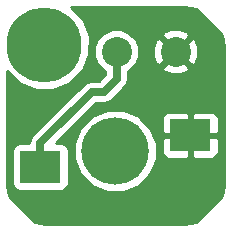
<source format=gbr>
G04 #@! TF.FileFunction,Copper,L1,Top,Signal*
%FSLAX46Y46*%
G04 Gerber Fmt 4.6, Leading zero omitted, Abs format (unit mm)*
G04 Created by KiCad (PCBNEW 4.0.5) date 03/12/17 11:55:43*
%MOMM*%
%LPD*%
G01*
G04 APERTURE LIST*
%ADD10C,0.150000*%
%ADD11C,2.540000*%
%ADD12C,6.350000*%
%ADD13R,3.500000X2.700000*%
%ADD14C,5.700000*%
%ADD15C,0.635000*%
%ADD16C,0.254000*%
G04 APERTURE END LIST*
D10*
D11*
X165100000Y-84582000D03*
X170100000Y-84582000D03*
D12*
X159000000Y-84000000D03*
D13*
X158650000Y-94350000D03*
X171350000Y-91650000D03*
D14*
X165000000Y-93000000D03*
D15*
X158650000Y-94350000D02*
X158650000Y-92350000D01*
X158650000Y-92350000D02*
X163000000Y-88000000D01*
X163000000Y-88000000D02*
X164000000Y-88000000D01*
X164000000Y-88000000D02*
X165100000Y-86900000D01*
X165100000Y-86900000D02*
X165100000Y-84582000D01*
D16*
G36*
X171826459Y-81006065D02*
X173993935Y-83173541D01*
X174174500Y-84081303D01*
X174174500Y-95918697D01*
X173993935Y-96826459D01*
X171826459Y-98993935D01*
X170918697Y-99174500D01*
X159081303Y-99174500D01*
X158173541Y-98993935D01*
X156006065Y-96826459D01*
X155825500Y-95918697D01*
X155825500Y-93000000D01*
X156252560Y-93000000D01*
X156252560Y-95700000D01*
X156296838Y-95935317D01*
X156435910Y-96151441D01*
X156648110Y-96296431D01*
X156900000Y-96347440D01*
X160400000Y-96347440D01*
X160635317Y-96303162D01*
X160851441Y-96164090D01*
X160996431Y-95951890D01*
X161047440Y-95700000D01*
X161047440Y-93690168D01*
X161514397Y-93690168D01*
X162043838Y-94971515D01*
X163023329Y-95952716D01*
X164303749Y-96484394D01*
X165690168Y-96485603D01*
X166971515Y-95956162D01*
X167952716Y-94976671D01*
X168484394Y-93696251D01*
X168485603Y-92309832D01*
X168331036Y-91935750D01*
X168965000Y-91935750D01*
X168965000Y-93126310D01*
X169061673Y-93359699D01*
X169240302Y-93538327D01*
X169473691Y-93635000D01*
X171064250Y-93635000D01*
X171223000Y-93476250D01*
X171223000Y-91777000D01*
X171477000Y-91777000D01*
X171477000Y-93476250D01*
X171635750Y-93635000D01*
X173226309Y-93635000D01*
X173459698Y-93538327D01*
X173638327Y-93359699D01*
X173735000Y-93126310D01*
X173735000Y-91935750D01*
X173576250Y-91777000D01*
X171477000Y-91777000D01*
X171223000Y-91777000D01*
X169123750Y-91777000D01*
X168965000Y-91935750D01*
X168331036Y-91935750D01*
X167956162Y-91028485D01*
X167102857Y-90173690D01*
X168965000Y-90173690D01*
X168965000Y-91364250D01*
X169123750Y-91523000D01*
X171223000Y-91523000D01*
X171223000Y-89823750D01*
X171477000Y-89823750D01*
X171477000Y-91523000D01*
X173576250Y-91523000D01*
X173735000Y-91364250D01*
X173735000Y-90173690D01*
X173638327Y-89940301D01*
X173459698Y-89761673D01*
X173226309Y-89665000D01*
X171635750Y-89665000D01*
X171477000Y-89823750D01*
X171223000Y-89823750D01*
X171064250Y-89665000D01*
X169473691Y-89665000D01*
X169240302Y-89761673D01*
X169061673Y-89940301D01*
X168965000Y-90173690D01*
X167102857Y-90173690D01*
X166976671Y-90047284D01*
X165696251Y-89515606D01*
X164309832Y-89514397D01*
X163028485Y-90043838D01*
X162047284Y-91023329D01*
X161515606Y-92303749D01*
X161514397Y-93690168D01*
X161047440Y-93690168D01*
X161047440Y-93000000D01*
X161003162Y-92764683D01*
X160864090Y-92548559D01*
X160651890Y-92403569D01*
X160400000Y-92352560D01*
X159994478Y-92352560D01*
X163394538Y-88952500D01*
X164000000Y-88952500D01*
X164364506Y-88879995D01*
X164673519Y-88673519D01*
X165773519Y-87573519D01*
X165979995Y-87264506D01*
X166052500Y-86900000D01*
X166052500Y-86249648D01*
X166177686Y-86197922D01*
X166446299Y-85929777D01*
X168931828Y-85929777D01*
X169063520Y-86224657D01*
X169771036Y-86496261D01*
X170528632Y-86476436D01*
X171136480Y-86224657D01*
X171268172Y-85929777D01*
X170100000Y-84761605D01*
X168931828Y-85929777D01*
X166446299Y-85929777D01*
X166714039Y-85662505D01*
X167004668Y-84962590D01*
X167005287Y-84253036D01*
X168185739Y-84253036D01*
X168205564Y-85010632D01*
X168457343Y-85618480D01*
X168752223Y-85750172D01*
X169920395Y-84582000D01*
X170279605Y-84582000D01*
X171447777Y-85750172D01*
X171742657Y-85618480D01*
X172014261Y-84910964D01*
X171994436Y-84153368D01*
X171742657Y-83545520D01*
X171447777Y-83413828D01*
X170279605Y-84582000D01*
X169920395Y-84582000D01*
X168752223Y-83413828D01*
X168457343Y-83545520D01*
X168185739Y-84253036D01*
X167005287Y-84253036D01*
X167005330Y-84204735D01*
X166715922Y-83504314D01*
X166446303Y-83234223D01*
X168931828Y-83234223D01*
X170100000Y-84402395D01*
X171268172Y-83234223D01*
X171136480Y-82939343D01*
X170428964Y-82667739D01*
X169671368Y-82687564D01*
X169063520Y-82939343D01*
X168931828Y-83234223D01*
X166446303Y-83234223D01*
X166180505Y-82967961D01*
X165480590Y-82677332D01*
X164722735Y-82676670D01*
X164022314Y-82966078D01*
X163485961Y-83501495D01*
X163195332Y-84201410D01*
X163194670Y-84959265D01*
X163484078Y-85659686D01*
X164019495Y-86196039D01*
X164147500Y-86249191D01*
X164147500Y-86505462D01*
X163605462Y-87047500D01*
X163000000Y-87047500D01*
X162635494Y-87120005D01*
X162326481Y-87326481D01*
X157976481Y-91676481D01*
X157770005Y-91985494D01*
X157697500Y-92350000D01*
X157697500Y-92352560D01*
X156900000Y-92352560D01*
X156664683Y-92396838D01*
X156448559Y-92535910D01*
X156303569Y-92748110D01*
X156252560Y-93000000D01*
X155825500Y-93000000D01*
X155825500Y-86212816D01*
X156838991Y-87228077D01*
X158238819Y-87809337D01*
X159754531Y-87810660D01*
X161155372Y-87231844D01*
X162228077Y-86161009D01*
X162809337Y-84761181D01*
X162810660Y-83245469D01*
X162231844Y-81844628D01*
X161214493Y-80825500D01*
X170918697Y-80825500D01*
X171826459Y-81006065D01*
X171826459Y-81006065D01*
G37*
X171826459Y-81006065D02*
X173993935Y-83173541D01*
X174174500Y-84081303D01*
X174174500Y-95918697D01*
X173993935Y-96826459D01*
X171826459Y-98993935D01*
X170918697Y-99174500D01*
X159081303Y-99174500D01*
X158173541Y-98993935D01*
X156006065Y-96826459D01*
X155825500Y-95918697D01*
X155825500Y-93000000D01*
X156252560Y-93000000D01*
X156252560Y-95700000D01*
X156296838Y-95935317D01*
X156435910Y-96151441D01*
X156648110Y-96296431D01*
X156900000Y-96347440D01*
X160400000Y-96347440D01*
X160635317Y-96303162D01*
X160851441Y-96164090D01*
X160996431Y-95951890D01*
X161047440Y-95700000D01*
X161047440Y-93690168D01*
X161514397Y-93690168D01*
X162043838Y-94971515D01*
X163023329Y-95952716D01*
X164303749Y-96484394D01*
X165690168Y-96485603D01*
X166971515Y-95956162D01*
X167952716Y-94976671D01*
X168484394Y-93696251D01*
X168485603Y-92309832D01*
X168331036Y-91935750D01*
X168965000Y-91935750D01*
X168965000Y-93126310D01*
X169061673Y-93359699D01*
X169240302Y-93538327D01*
X169473691Y-93635000D01*
X171064250Y-93635000D01*
X171223000Y-93476250D01*
X171223000Y-91777000D01*
X171477000Y-91777000D01*
X171477000Y-93476250D01*
X171635750Y-93635000D01*
X173226309Y-93635000D01*
X173459698Y-93538327D01*
X173638327Y-93359699D01*
X173735000Y-93126310D01*
X173735000Y-91935750D01*
X173576250Y-91777000D01*
X171477000Y-91777000D01*
X171223000Y-91777000D01*
X169123750Y-91777000D01*
X168965000Y-91935750D01*
X168331036Y-91935750D01*
X167956162Y-91028485D01*
X167102857Y-90173690D01*
X168965000Y-90173690D01*
X168965000Y-91364250D01*
X169123750Y-91523000D01*
X171223000Y-91523000D01*
X171223000Y-89823750D01*
X171477000Y-89823750D01*
X171477000Y-91523000D01*
X173576250Y-91523000D01*
X173735000Y-91364250D01*
X173735000Y-90173690D01*
X173638327Y-89940301D01*
X173459698Y-89761673D01*
X173226309Y-89665000D01*
X171635750Y-89665000D01*
X171477000Y-89823750D01*
X171223000Y-89823750D01*
X171064250Y-89665000D01*
X169473691Y-89665000D01*
X169240302Y-89761673D01*
X169061673Y-89940301D01*
X168965000Y-90173690D01*
X167102857Y-90173690D01*
X166976671Y-90047284D01*
X165696251Y-89515606D01*
X164309832Y-89514397D01*
X163028485Y-90043838D01*
X162047284Y-91023329D01*
X161515606Y-92303749D01*
X161514397Y-93690168D01*
X161047440Y-93690168D01*
X161047440Y-93000000D01*
X161003162Y-92764683D01*
X160864090Y-92548559D01*
X160651890Y-92403569D01*
X160400000Y-92352560D01*
X159994478Y-92352560D01*
X163394538Y-88952500D01*
X164000000Y-88952500D01*
X164364506Y-88879995D01*
X164673519Y-88673519D01*
X165773519Y-87573519D01*
X165979995Y-87264506D01*
X166052500Y-86900000D01*
X166052500Y-86249648D01*
X166177686Y-86197922D01*
X166446299Y-85929777D01*
X168931828Y-85929777D01*
X169063520Y-86224657D01*
X169771036Y-86496261D01*
X170528632Y-86476436D01*
X171136480Y-86224657D01*
X171268172Y-85929777D01*
X170100000Y-84761605D01*
X168931828Y-85929777D01*
X166446299Y-85929777D01*
X166714039Y-85662505D01*
X167004668Y-84962590D01*
X167005287Y-84253036D01*
X168185739Y-84253036D01*
X168205564Y-85010632D01*
X168457343Y-85618480D01*
X168752223Y-85750172D01*
X169920395Y-84582000D01*
X170279605Y-84582000D01*
X171447777Y-85750172D01*
X171742657Y-85618480D01*
X172014261Y-84910964D01*
X171994436Y-84153368D01*
X171742657Y-83545520D01*
X171447777Y-83413828D01*
X170279605Y-84582000D01*
X169920395Y-84582000D01*
X168752223Y-83413828D01*
X168457343Y-83545520D01*
X168185739Y-84253036D01*
X167005287Y-84253036D01*
X167005330Y-84204735D01*
X166715922Y-83504314D01*
X166446303Y-83234223D01*
X168931828Y-83234223D01*
X170100000Y-84402395D01*
X171268172Y-83234223D01*
X171136480Y-82939343D01*
X170428964Y-82667739D01*
X169671368Y-82687564D01*
X169063520Y-82939343D01*
X168931828Y-83234223D01*
X166446303Y-83234223D01*
X166180505Y-82967961D01*
X165480590Y-82677332D01*
X164722735Y-82676670D01*
X164022314Y-82966078D01*
X163485961Y-83501495D01*
X163195332Y-84201410D01*
X163194670Y-84959265D01*
X163484078Y-85659686D01*
X164019495Y-86196039D01*
X164147500Y-86249191D01*
X164147500Y-86505462D01*
X163605462Y-87047500D01*
X163000000Y-87047500D01*
X162635494Y-87120005D01*
X162326481Y-87326481D01*
X157976481Y-91676481D01*
X157770005Y-91985494D01*
X157697500Y-92350000D01*
X157697500Y-92352560D01*
X156900000Y-92352560D01*
X156664683Y-92396838D01*
X156448559Y-92535910D01*
X156303569Y-92748110D01*
X156252560Y-93000000D01*
X155825500Y-93000000D01*
X155825500Y-86212816D01*
X156838991Y-87228077D01*
X158238819Y-87809337D01*
X159754531Y-87810660D01*
X161155372Y-87231844D01*
X162228077Y-86161009D01*
X162809337Y-84761181D01*
X162810660Y-83245469D01*
X162231844Y-81844628D01*
X161214493Y-80825500D01*
X170918697Y-80825500D01*
X171826459Y-81006065D01*
M02*

</source>
